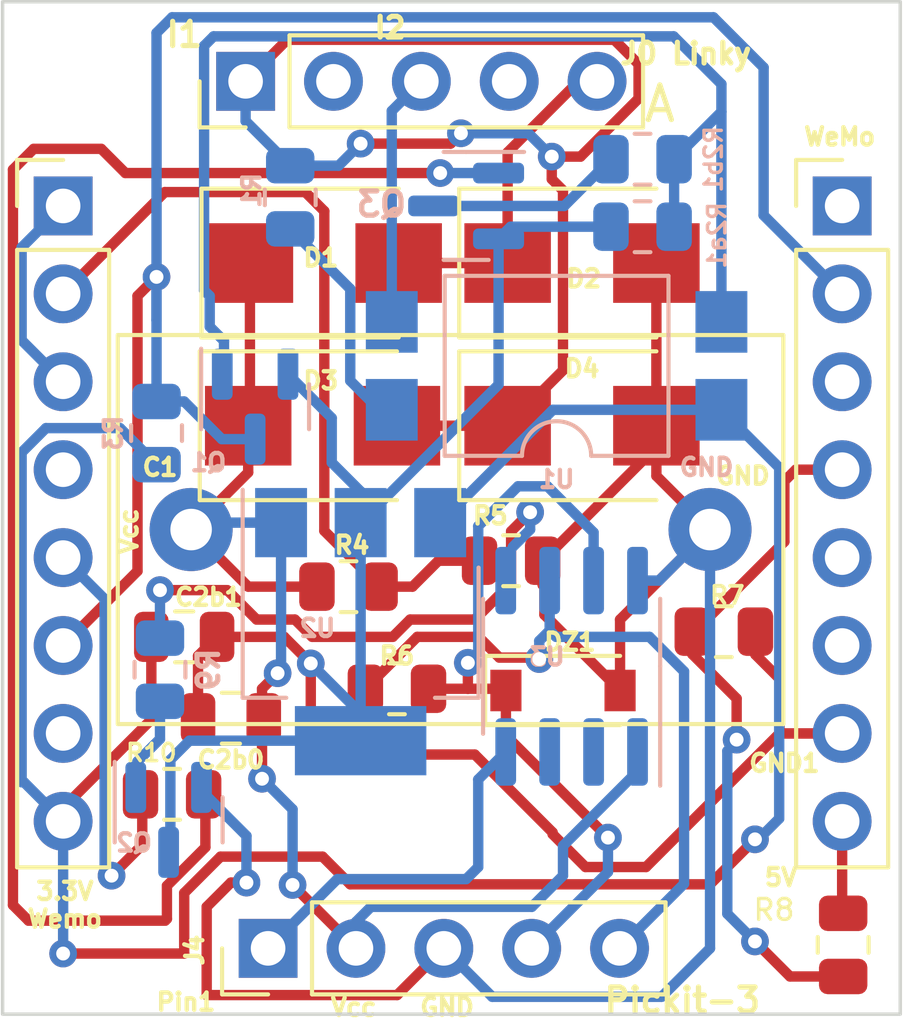
<source format=kicad_pcb>
(kicad_pcb (version 20211014) (generator pcbnew)
  (layers (0 "F.Cu" signal) (31 "B.Cu" signal) (34 "B.Paste" user) (35 "F.Paste" user) (36 "B.SilkS" user "B.Silkscreen") (37 "F.SilkS" user "F.Silkscreen") (38 "B.Mask" user) (39 "F.Mask" user) (44 "Edge.Cuts" user))
  (net 0 "")
  (net 1 "VCC")
  (net 2 "GND")
  (net 3 "A")
  (net 4 "I1")
  (net 5 "Net-(DZ1-Pad1)")
  (net 6 "I2")
  (net 7 "+3.3V")
  (net 8 "GND1")
  (net 9 "Net-(J4-Pad1)")
  (net 10 "Net-(J4-Pad5)")
  (net 13 "Net-(Q1-Pad1)")
  (net 14 "Net-(Q2-Pad1)")
  (net 15 "Net-(R1-Pad2)")
  (net 18 "Net-(Q3-Pad1)")
  (net 20 "Net-(J1-Pad2)")
  (net 21 "Net-(J1-Pad5)")
  (net 22 "Net-(J1-Pad6)")
  (net 23 "Net-(J2-Pad4)")
  (net 24 "Net-(J2-Pad8)")
  (net 25 "Net-(Q3-Pad3)")
  (net 26 "Net-(R9-Pad2)")
  (net 32 "Net-(J1-Pad1)")
  (footprint "Resistor_SMD:R_0805_2012Metric" (layer "F.Cu") (at 28.25 119 180)
    (fp_text reference "R4" (at -0.1 1.2) (layer "F.SilkS") (effects (font (size 0.5 0.5) (thickness 0.125))))
    (fp_text value "9.1k")
    (fp_line (start -0.227064 -0.735) (end 0.227064 -0.735) (layer "F.SilkS") (width 0.12))
    (fp_line (start -0.227064 0.735) (end 0.227064 0.735) (layer "F.SilkS") (width 0.12))
    (pad "1" smd roundrect (at -0.9125 0 180) (size 1.025 1.4) (layers "F.Cu" "F.Paste" "F.Mask") (roundrect_rratio 0.243902439) (net 20 "Net-(J1-Pad2)"))
    (pad "2" smd roundrect (at 0.9125 0 180) (size 1.025 1.4) (layers "F.Cu" "F.Paste" "F.Mask") (roundrect_rratio 0.243902439) (net 1 "VCC"))
  )
  (footprint "Capacitor_SMD:C_0805_2012Metric" (layer "F.Cu") (at 24.85 122.8 180)
    (fp_text reference "C2b0" (at 0 -1.2) (layer "F.SilkS") (effects (font (size 0.5 0.5) (thickness 0.125))))
    (fp_text value "C")
    (fp_line (start -0.261252 -0.735) (end 0.261252 -0.735) (layer "F.SilkS") (width 0.12))
    (fp_line (start -0.261252 0.735) (end 0.261252 0.735) (layer "F.SilkS") (width 0.12))
    (pad "1" smd roundrect (at -0.95 0 180) (size 1 1.45) (layers "F.Cu" "F.Paste" "F.Mask") (net 1 "VCC"))
    (pad "2" smd roundrect (at 0.95 0 180) (size 1 1.45) (layers "F.Cu" "F.Paste" "F.Mask") (net 8 "GND1"))
  )
  (footprint "Diode_SMD:D_SMB" (layer "F.Cu") (at 35 114.35)
    (fp_text reference "D4" (at 0 -1.65) (layer "F.SilkS") (effects (font (size 0.5 0.5) (thickness 0.125))))
    (fp_text value "S2JTR")
    (fp_line (start -3.55 -2.15) (end 2.15 -2.15) (layer "F.SilkS") (width 0.12))
    (fp_line (start -3.55 -2.15) (end -3.55 2.15) (layer "F.SilkS") (width 0.12))
    (fp_line (start -3.55 2.15) (end 2.15 2.15) (layer "F.SilkS") (width 0.12))
    (pad "1" smd rect (at -2.15 0) (size 2.5 2.3) (layers "F.Cu" "F.Paste" "F.Mask") (net 4 "I1"))
    (pad "2" smd rect (at 2.15 0) (size 2.5 2.3) (layers "F.Cu" "F.Paste" "F.Mask") (net 2 "GND"))
  )
  (footprint "Diode_SMD:D_SMB" (layer "F.Cu") (at 27.55 109.65)
    (fp_text reference "D1" (at -0.1 -0.15) (layer "F.SilkS") (effects (font (size 0.5 0.5) (thickness 0.125))))
    (fp_text value "S2JTR")
    (fp_line (start -3.55 2.15) (end 2.15 2.15) (layer "F.SilkS") (width 0.12))
    (fp_line (start -3.55 -2.15) (end 2.15 -2.15) (layer "F.SilkS") (width 0.12))
    (fp_line (start -3.55 -2.15) (end -3.55 2.15) (layer "F.SilkS") (width 0.12))
    (pad "1" smd rect (at -2.15 0) (size 2.5 2.3) (layers "F.Cu" "F.Paste" "F.Mask") (net 1 "VCC"))
    (pad "2" smd rect (at 2.15 0) (size 2.5 2.3) (layers "F.Cu" "F.Paste" "F.Mask") (net 3 "A"))
  )
  (footprint "Connector_PinHeader_2.54mm:PinHeader_1x05_P2.54mm_Vertical" (layer "F.Cu") (at 25.275 104.4 90)
    (fp_text reference "J0")
    (fp_text value "J0 Linky" (at 0.8 12.725 180) (layer "F.SilkS") (effects (font (size 0.6 0.6))))
    (fp_line (start -1.33 11.49) (end 1.33 11.49) (layer "F.SilkS") (width 0.12))
    (fp_line (start -1.33 -1.33) (end 0 -1.33) (layer "F.SilkS") (width 0.12))
    (fp_line (start -1.33 1.27) (end -1.33 11.49) (layer "F.SilkS") (width 0.12))
    (fp_line (start -1.33 1.27) (end 1.33 1.27) (layer "F.SilkS") (width 0.12))
    (fp_line (start -1.33 0) (end -1.33 -1.33) (layer "F.SilkS") (width 0.12))
    (fp_line (start 1.33 1.27) (end 1.33 11.49) (layer "F.SilkS") (width 0.12))
    (pad "1" thru_hole rect (at 0 0 90) (size 1.7 1.7) (drill 1) (layers *.Cu *.Mask) (net 4 "I1"))
    (pad "2" thru_hole oval (at 0 2.54 90) (size 1.7 1.7) (drill 1) (layers *.Cu *.Mask))
    (pad "3" thru_hole oval (at 0 5.08 90) (size 1.7 1.7) (drill 1) (layers *.Cu *.Mask) (net 6 "I2"))
    (pad "4" thru_hole oval (at 0 7.62 90) (size 1.7 1.7) (drill 1) (layers *.Cu *.Mask))
    (pad "5" thru_hole oval (at 0 10.16 90) (size 1.7 1.7) (drill 1) (layers *.Cu *.Mask) (net 3 "A"))
  )
  (footprint "Connector_PinHeader_2.54mm:PinHeader_1x08_P2.54mm_Vertical" (layer "F.Cu") (at 42.52 108)
    (fp_text reference "J2")
    (fp_text value "WeMo" (at -0.07 -2 180) (layer "F.SilkS") (effects (font (size 0.5 0.5) (thickness 0.125))))
    (fp_line (start -1.33 1.27) (end 1.33 1.27) (layer "F.SilkS") (width 0.12))
    (fp_line (start 1.33 1.27) (end 1.33 19.11) (layer "F.SilkS") (width 0.12))
    (fp_line (start -1.33 -1.33) (end 0 -1.33) (layer "F.SilkS") (width 0.12))
    (fp_line (start -1.33 19.11) (end 1.33 19.11) (layer "F.SilkS") (width 0.12))
    (fp_line (start -1.33 1.27) (end -1.33 19.11) (layer "F.SilkS") (width 0.12))
    (fp_line (start -1.33 0) (end -1.33 -1.33) (layer "F.SilkS") (width 0.12))
    (pad "1" thru_hole rect (at 0 0) (size 1.7 1.7) (drill 1) (layers *.Cu *.Mask))
    (pad "2" thru_hole oval (at 0 2.54) (size 1.7 1.7) (drill 1) (layers *.Cu *.Mask) (net 22 "Net-(J1-Pad6)"))
    (pad "3" thru_hole oval (at 0 5.08) (size 1.7 1.7) (drill 1) (layers *.Cu *.Mask))
    (pad "4" thru_hole oval (at 0 7.62) (size 1.7 1.7) (drill 1) (layers *.Cu *.Mask) (net 23 "Net-(J2-Pad4)"))
    (pad "5" thru_hole oval (at 0 10.16) (size 1.7 1.7) (drill 1) (layers *.Cu *.Mask))
    (pad "6" thru_hole oval (at 0 12.7) (size 1.7 1.7) (drill 1) (layers *.Cu *.Mask))
    (pad "7" thru_hole oval (at 0 15.24) (size 1.7 1.7) (drill 1) (layers *.Cu *.Mask) (net 8 "GND1"))
    (pad "8" thru_hole oval (at 0 17.78) (size 1.7 1.7) (drill 1) (layers *.Cu *.Mask) (net 24 "Net-(J2-Pad8)"))
  )
  (footprint "Connector_PinHeader_2.54mm:PinHeader_1x08_P2.54mm_Vertical" (layer "F.Cu") (at 20 108)
    (fp_text reference "J1")
    (fp_text value "Wemo" (at 0.05 20.6 180) (layer "F.SilkS") (effects (font (size 0.5 0.5) (thickness 0.125))))
    (fp_line (start -1.33 0) (end -1.33 -1.33) (layer "F.SilkS") (width 0.12))
    (fp_line (start -1.33 1.27) (end 1.33 1.27) (layer "F.SilkS") (width 0.12))
    (fp_line (start -1.33 19.11) (end 1.33 19.11) (layer "F.SilkS") (width 0.12))
    (fp_line (start -1.33 -1.33) (end 0 -1.33) (layer "F.SilkS") (width 0.12))
    (fp_line (start -1.33 1.27) (end -1.33 19.11) (layer "F.SilkS") (width 0.12))
    (fp_line (start 1.33 1.27) (end 1.33 19.11) (layer "F.SilkS") (width 0.12))
    (pad "1" thru_hole rect (at 0 0) (size 1.7 1.7) (drill 1) (layers *.Cu *.Mask) (net 32 "Net-(J1-Pad1)"))
    (pad "2" thru_hole oval (at 0 2.54) (size 1.7 1.7) (drill 1) (layers *.Cu *.Mask) (net 20 "Net-(J1-Pad2)"))
    (pad "3" thru_hole oval (at 0 5.08) (size 1.7 1.7) (drill 1) (layers *.Cu *.Mask) (net 32 "Net-(J1-Pad1)"))
    (pad "4" thru_hole oval (at 0 7.62) (size 1.7 1.7) (drill 1) (layers *.Cu *.Mask))
    (pad "5" thru_hole oval (at 0 10.16) (size 1.7 1.7) (drill 1) (layers *.Cu *.Mask) (net 21 "Net-(J1-Pad5)"))
    (pad "6" thru_hole oval (at 0 12.7) (size 1.7 1.7) (drill 1) (layers *.Cu *.Mask) (net 22 "Net-(J1-Pad6)"))
    (pad "7" thru_hole oval (at 0 15.24) (size 1.7 1.7) (drill 1) (layers *.Cu *.Mask))
    (pad "8" thru_hole oval (at 0 17.78) (size 1.7 1.7) (drill 1) (layers *.Cu *.Mask) (net 7 "+3.3V"))
  )
  (footprint "Connector_PinHeader_2.54mm:PinHeader_1x05_P2.54mm_Vertical" (layer "F.Cu") (at 25.925 129.45 90)
    (fp_text reference "J4" (at -0.05 -2.125 90) (layer "F.SilkS") (effects (font (size 0.5 0.5) (thickness 0.125))))
    (fp_text value "Pickit-3" (at -1.5 11.975 180) (layer "F.SilkS") (effects (font (size 0.7 0.7))))
    (fp_line (start -1.33 0) (end -1.33 -1.33) (layer "F.SilkS") (width 0.12))
    (fp_line (start -1.33 1.27) (end -1.33 11.49) (layer "F.SilkS") (width 0.12))
    (fp_line (start -1.33 1.27) (end 1.33 1.27) (layer "F.SilkS") (width 0.12))
    (fp_line (start -1.33 11.49) (end 1.33 11.49) (layer "F.SilkS") (width 0.12))
    (fp_line (start -1.33 -1.33) (end 0 -1.33) (layer "F.SilkS") (width 0.12))
    (fp_line (start 1.33 1.27) (end 1.33 11.49) (layer "F.SilkS") (width 0.12))
    (pad "1" thru_hole rect (at 0 0 90) (size 1.7 1.7) (drill 1) (layers *.Cu *.Mask) (net 9 "Net-(J4-Pad1)"))
    (pad "2" thru_hole oval (at 0 2.54 90) (size 1.7 1.7) (drill 1) (layers *.Cu *.Mask) (net 1 "VCC"))
    (pad "3" thru_hole oval (at 0 5.08 90) (size 1.7 1.7) (drill 1) (layers *.Cu *.Mask) (net 2 "GND"))
    (pad "4" thru_hole oval (at 0 7.62 90) (size 1.7 1.7) (drill 1) (layers *.Cu *.Mask) (net 5 "Net-(DZ1-Pad1)"))
    (pad "5" thru_hole oval (at 0 10.16 90) (size 1.7 1.7) (drill 1) (layers *.Cu *.Mask) (net 10 "Net-(J4-Pad5)"))
  )
  (footprint "Resistor_SMD:R_0805_2012Metric" (layer "F.Cu") (at 23.15 125)
    (fp_text reference "R10" (at -0.6 -1.2) (layer "F.SilkS") (effects (font (size 0.5 0.5) (thickness 0.1))))
    (fp_text value "1k")
    (fp_line (start -0.227064 0.735) (end 0.227064 0.735) (layer "F.SilkS") (width 0.12))
    (fp_line (start -0.227064 -0.735) (end 0.227064 -0.735) (layer "F.SilkS") (width 0.12))
    (pad "1" smd roundrect (at -0.9125 0) (size 1.025 1.4) (layers "F.Cu" "F.Paste" "F.Mask") (roundrect_rratio 0.243902) (net 21 "Net-(J1-Pad5)"))
    (pad "2" smd roundrect (at 0.9125 0) (size 1.025 1.4) (layers "F.Cu" "F.Paste" "F.Mask") (roundrect_rratio 0.243902) (net 18 "Net-(Q3-Pad1)"))
  )
  (footprint "Capacitor_SMD:C_0805_2012Metric" (layer "F.Cu") (at 23.5 120.45)
    (fp_text reference "C2b1" (at 0.7 -1.15) (layer "F.SilkS") (effects (font (size 0.5 0.5) (thickness 0.125))))
    (fp_text value "C")
    (fp_line (start -0.261252 0.735) (end 0.261252 0.735) (layer "F.SilkS") (width 0.12))
    (fp_line (start -0.261252 -0.735) (end 0.261252 -0.735) (layer "F.SilkS") (width 0.12))
    (pad "1" smd roundrect (at -0.95 0) (size 1 1.45) (layers "F.Cu" "F.Paste" "F.Mask") (net 7 "+3.3V"))
    (pad "2" smd roundrect (at 0.95 0) (size 1 1.45) (layers "F.Cu" "F.Paste" "F.Mask") (net 8 "GND1"))
  )
  (footprint "Diode_SMD:D_SMB" (layer "F.Cu") (at 27.5 114.35)
    (fp_text reference "D3" (at -0.05 -1.3) (layer "F.SilkS") (effects (font (size 0.5 0.5) (thickness 0.125))))
    (fp_text value "S2JTR")
    (fp_line (start -3.55 -2.15) (end -3.55 2.15) (layer "F.SilkS") (width 0.12))
    (fp_line (start -3.55 -2.15) (end 2.15 -2.15) (layer "F.SilkS") (width 0.12))
    (fp_line (start -3.55 2.15) (end 2.15 2.15) (layer "F.SilkS") (width 0.12))
    (pad "1" smd rect (at -2.15 0) (size 2.5 2.3) (layers "F.Cu" "F.Paste" "F.Mask") (net 1 "VCC"))
    (pad "2" smd rect (at 2.15 0) (size 2.5 2.3) (layers "F.Cu" "F.Paste" "F.Mask") (net 4 "I1"))
  )
  (footprint "Resistor_SMD:R_0805_2012Metric" (layer "F.Cu") (at 32.95 118.25 180)
    (fp_text reference "R5" (at 0.6 1.3) (layer "F.SilkS") (effects (font (size 0.5 0.5) (thickness 0.125))))
    (fp_text value "1k")
    (fp_line (start -0.227064 -0.735) (end 0.227064 -0.735) (layer "F.SilkS") (width 0.12))
    (fp_line (start -0.227064 0.735) (end 0.227064 0.735) (layer "F.SilkS") (width 0.12))
    (pad "1" smd roundrect (at -0.9125 0 180) (size 1.025 1.4) (layers "F.Cu" "F.Paste" "F.Mask") (roundrect_rratio 0.243902439) (net 2 "GND"))
    (pad "2" smd roundrect (at 0.9125 0 180) (size 1.025 1.4) (layers "F.Cu" "F.Paste" "F.Mask") (roundrect_rratio 0.243902439) (net 20 "Net-(J1-Pad2)"))
  )
  (footprint "Capacitor_THT:C_Rect_L19.0mm_W11.0mm_P15.00mm_MKS4" (layer "F.Cu") (at 23.7 117.35)
    (fp_text reference "C1" (at -0.9 -1.8) (layer "F.SilkS") (effects (font (size 0.5 0.5) (thickness 0.125))))
    (fp_text value "C" hide)
    (fp_line (start -2.12 -5.62) (end -2.12 5.62) (layer "F.SilkS") (width 0.12))
    (fp_line (start -2.12 -5.62) (end 17.12 -5.62) (layer "F.SilkS") (width 0.12))
    (fp_line (start 17.12 -5.62) (end 17.12 5.62) (layer "F.SilkS") (width 0.12))
    (fp_line (start -2.12 5.62) (end 17.12 5.62) (layer "F.SilkS") (width 0.12))
    (pad "1" thru_hole circle (at 0 0) (size 2.4 2.4) (drill 1.2) (layers *.Cu *.Mask) (net 1 "VCC"))
    (pad "2" thru_hole circle (at 15 0) (size 2.4 2.4) (drill 1.2) (layers *.Cu *.Mask) (net 2 "GND"))
  )
  (footprint "Resistor_SMD:R_0805_2012Metric" (layer "F.Cu") (at 39.1 120.3)
    (fp_text reference "R7" (at 0.1 -1.05) (layer "F.SilkS") (effects (font (size 0.5 0.5) (thickness 0.11))))
    (fp_text value "470k" hide)
    (fp_line (start -0.227064 -0.735) (end 0.227064 -0.735) (layer "F.SilkS") (width 0.12))
    (fp_line (start -0.227064 0.735) (end 0.227064 0.735) (layer "F.SilkS") (width 0.12))
    (pad "1" smd roundrect (at -0.9125 0) (size 1.025 1.4) (layers "F.Cu" "F.Paste" "F.Mask") (roundrect_rratio 0.243902) (net 23 "Net-(J2-Pad4)"))
    (pad "2" smd roundrect (at 0.9125 0) (size 1.025 1.4) (layers "F.Cu" "F.Paste" "F.Mask") (roundrect_rratio 0.243902) (net 8 "GND1"))
  )
  (footprint "Resistor_SMD:R_0805_2012Metric" (layer "F.Cu") (at 29.65 121.95 180)
    (fp_text reference "R6" (at 0 0.95) (layer "F.SilkS") (effects (font (size 0.5 0.5) (thickness 0.125))))
    (fp_text value "270")
    (fp_line (start -0.227064 0.735) (end 0.227064 0.735) (layer "F.SilkS") (width 0.12))
    (fp_line (start -0.227064 -0.735) (end 0.227064 -0.735) (layer "F.SilkS") (width 0.12))
    (pad "1" smd roundrect (at -0.9125 0 180) (size 1.025 1.4) (layers "F.Cu" "F.Paste" "F.Mask") (roundrect_rratio 0.243902439) (net 5 "Net-(DZ1-Pad1)"))
    (pad "2" smd roundrect (at 0.9125 0 180) (size 1.025 1.4) (layers "F.Cu" "F.Paste" "F.Mask") (roundrect_rratio 0.243902439) (net 10 "Net-(J4-Pad5)"))
  )
  (footprint "Diode_SMD:D_SOD-123" (layer "F.Cu") (at 34.45 122)
    (fp_text reference "DZ1" (at 0.2 -1.4) (layer "F.SilkS") (effects (font (size 0.5 0.5) (thickness 0.125))))
    (fp_text value "BAT43W-V" hide)
    (fp_line (start -2.25 1) (end 1.65 1) (layer "F.SilkS") (width 0.12))
    (fp_line (start -2.25 -1) (end 1.65 -1) (layer "F.SilkS") (width 0.12))
    (fp_line (start -2.25 -1) (end -2.25 1) (layer "F.SilkS") (width 0.12))
    (pad "1" smd rect (at -1.65 0) (size 0.9 1.2) (layers "F.Cu" "F.Paste" "F.Mask") (net 5 "Net-(DZ1-Pad1)"))
    (pad "2" smd rect (at 1.65 0) (size 0.9 1.2) (layers "F.Cu" "F.Paste" "F.Mask") (net 2 "GND"))
  )
  (footprint "Resistor_SMD:R_0805_2012Metric" (layer "F.Cu") (at 42.55 129.35 -90)
    (fp_text reference "R8" (at -1.0125 2 180) (layer "F.SilkS") (effects (font (size 0.6 0.6) (thickness 0.1))))
    (fp_text value "750k")
    (fp_line (start -0.227064 -0.735) (end 0.227064 -0.735) (layer "F.SilkS") (width 0.12))
    (fp_line (start -0.227064 0.735) (end 0.227064 0.735) (layer "F.SilkS") (width 0.12))
    (pad "1" smd roundrect (at -0.9125 0 270) (size 1.025 1.4) (layers "F.Cu" "F.Paste" "F.Mask") (roundrect_rratio 0.243902) (net 24 "Net-(J2-Pad8)"))
    (pad "2" smd roundrect (at 0.9125 0 270) (size 1.025 1.4) (layers "F.Cu" "F.Paste" "F.Mask") (roundrect_rratio 0.243902) (net 23 "Net-(J2-Pad4)"))
  )
  (footprint "Diode_SMD:D_SMB" (layer "F.Cu") (at 35 109.65)
    (fp_text reference "D2" (at 0.05 0.45) (layer "F.SilkS") (effects (font (size 0.5 0.5) (thickness 0.125))))
    (fp_text value "S2JTR")
    (fp_line (start -3.55 -2.15) (end 2.15 -2.15) (layer "F.SilkS") (width 0.12))
    (fp_line (start -3.55 -2.15) (end -3.55 2.15) (layer "F.SilkS") (width 0.12))
    (fp_line (start -3.55 2.15) (end 2.15 2.15) (layer "F.SilkS") (width 0.12))
    (pad "1" smd rect (at -2.15 0) (size 2.5 2.3) (layers "F.Cu" "F.Paste" "F.Mask") (net 3 "A"))
    (pad "2" smd rect (at 2.15 0) (size 2.5 2.3) (layers "F.Cu" "F.Paste" "F.Mask") (net 2 "GND"))
  )
  (footprint "Package_DIP:SMDIP-4_W9.53mm_Clearance8mm" (layer "B.Cu") (at 34.265 112.62)
    (fp_text reference "U1" (at 0 3.28) (layer "B.SilkS") (effects (font (size 0.5 0.5) (thickness 0.125)) (justify mirror)))
    (fp_text value "SFH6206-2T")
    (fp_line (start -3.235 -2.6) (end 3.235 -2.6) (layer "B.SilkS") (width 0.12))
    (fp_line (start 3.235 2.6) (end 1 2.6) (layer "B.SilkS") (width 0.12))
    (fp_line (start 3.235 -2.6) (end 3.235 2.6) (layer "B.SilkS") (width 0.12))
    (fp_line (start -1 2.6) (end -3.235 2.6) (layer "B.SilkS") (width 0.12))
    (fp_line (start -3.235 2.6) (end -3.235 -2.6) (layer "B.SilkS") (width 0.12))
    (fp_arc (start -1 2.6) (mid 0 1.6) (end 1 2.6) (layer "B.SilkS") (width 0.12))
    (pad "1" smd rect (at -4.765 1.27) (size 1.5 1.78) (layers "B.Cu" "B.Paste" "B.Mask") (net 15 "Net-(R1-Pad2)"))
    (pad "2" smd rect (at -4.765 -1.27) (size 1.5 1.78) (layers "B.Cu" "B.Paste" "B.Mask") (net 6 "I2"))
    (pad "3" smd rect (at 4.765 -1.27) (size 1.5 1.78) (layers "B.Cu" "B.Paste" "B.Mask") (net 13 "Net-(Q1-Pad1)"))
    (pad "4" smd rect (at 4.765 1.27) (size 1.5 1.78) (layers "B.Cu" "B.Paste" "B.Mask") (net 7 "+3.3V"))
  )
  (footprint "Resistor_SMD:R_0805_2012Metric" (layer "B.Cu") (at 36.75 106.65)
    (fp_text reference "R2b1" (at 2.05 0 90) (layer "B.SilkS") (effects (font (size 0.5 0.5) (thickness 0.1)) (justify mirror)))
    (fp_text value "26k")
    (fp_line (start -0.227064 0.735) (end 0.227064 0.735) (layer "B.SilkS") (width 0.12))
    (fp_line (start -0.227064 -0.735) (end 0.227064 -0.735) (layer "B.SilkS") (width 0.12))
    (pad "1" smd roundrect (at -0.9125 0) (size 1.025 1.4) (layers "B.Cu" "B.Paste" "B.Mask") (roundrect_rratio 0.243902) (net 25 "Net-(Q3-Pad3)"))
    (pad "2" smd roundrect (at 0.9125 0) (size 1.025 1.4) (layers "B.Cu" "B.Paste" "B.Mask") (roundrect_rratio 0.243902) (net 13 "Net-(Q1-Pad1)"))
  )
  (footprint "Resistor_SMD:R_0805_2012Metric" (layer "B.Cu") (at 22.8 121.4 90)
    (fp_text reference "R9" (at 0 1.4 90) (layer "B.SilkS") (effects (font (size 0.6 0.6)) (justify mirror)))
    (fp_text value "1k")
    (fp_line (start -0.227064 0.735) (end 0.227064 0.735) (layer "B.SilkS") (width 0.12))
    (fp_line (start -0.227064 -0.735) (end 0.227064 -0.735) (layer "B.SilkS") (width 0.12))
    (pad "1" smd roundrect (at -0.9125 0 90) (size 1.025 1.4) (layers "B.Cu" "B.Paste" "B.Mask") (roundrect_rratio 0.243902) (net 14 "Net-(Q2-Pad1)"))
    (pad "2" smd roundrect (at 0.9125 0 90) (size 1.025 1.4) (layers "B.Cu" "B.Paste" "B.Mask") (roundrect_rratio 0.243902) (net 26 "Net-(R9-Pad2)"))
  )
  (footprint "Package_TO_SOT_SMD:SOT-23" (layer "B.Cu") (at 23.05 125.7375 -90)
    (fp_text reference "Q2" (at 0.6625 1) (layer "B.SilkS") (effects (font (size 0.5 0.5) (thickness 0.125)) (justify mirror)))
    (fp_text value "IRLML6244")
    (fp_line (start 0 1.56) (end 0.65 1.56) (layer "B.SilkS") (width 0.12))
    (fp_line (start 0 -1.56) (end -0.65 -1.56) (layer "B.SilkS") (width 0.12))
    (fp_line (start 0 -1.56) (end 0.65 -1.56) (layer "B.SilkS") (width 0.12))
    (fp_line (start 0 1.56) (end -1.675 1.56) (layer "B.SilkS") (width 0.12))
    (pad "1" smd roundrect (at -0.9375 0.95 270) (size 1.475 0.6) (layers "B.Cu" "B.Paste" "B.Mask") (net 14 "Net-(Q2-Pad1)"))
    (pad "2" smd roundrect (at -0.9375 -0.95 270) (size 1.475 0.6) (layers "B.Cu" "B.Paste" "B.Mask") (net 2 "GND"))
    (pad "3" smd roundrect (at 0.9375 0 270) (size 1.475 0.6) (layers "B.Cu" "B.Paste" "B.Mask") (net 8 "GND1"))
  )
  (footprint "Resistor_SMD:R_0805_2012Metric" (layer "B.Cu") (at 26.565 107.75 -90)
    (fp_text reference "R1" (at -0.2 1.115 90) (layer "B.SilkS") (effects (font (size 0.5 0.5) (thickness 0.125)) (justify mirror)))
    (fp_text value "0.1k")
    (fp_line (start -0.227064 -0.735) (end 0.227064 -0.735) (layer "B.SilkS") (width 0.12))
    (fp_line (start -0.227064 0.735) (end 0.227064 0.735) (layer "B.SilkS") (width 0.12))
    (pad "1" smd roundrect (at -0.9125 0 270) (size 1.025 1.4) (layers "B.Cu" "B.Paste" "B.Mask") (roundrect_rratio 0.243902439) (net 4 "I1"))
    (pad "2" smd roundrect (at 0.9125 0 270) (size 1.025 1.4) (layers "B.Cu" "B.Paste" "B.Mask") (roundrect_rratio 0.243902439) (net 15 "Net-(R1-Pad2)"))
  )
  (footprint "Package_TO_SOT_SMD:SOT-223-3_TabPin2" (layer "B.Cu") (at 28.6 120.3 -90)
    (fp_text reference "U2" (at -0.1 1.25) (layer "B.SilkS") (effects (font (size 0.5 0.5) (thickness 0.125)) (justify mirror)))
    (fp_text value "MCP1825s33")
    (fp_line (start -4.1 3.41) (end 1.91 3.41) (layer "B.SilkS") (width 0.12))
    (fp_line (start -1.85 -3.41) (end 1.91 -3.41) (layer "B.SilkS") (width 0.12))
    (fp_line (start 1.91 3.41) (end 1.91 2.15) (layer "B.SilkS") (width 0.12))
    (fp_line (start 1.91 -3.41) (end 1.91 -2.15) (layer "B.SilkS") (width 0.12))
    (pad "1" smd rect (at -3.15 2.3 270) (size 2 1.5) (layers "B.Cu" "B.Paste" "B.Mask") (net 1 "VCC"))
    (pad "2" smd rect (at -3.15 0 270) (size 2 1.5) (layers "B.Cu" "B.Paste" "B.Mask") (net 8 "GND1"))
    (pad "2" smd rect (at 3.15 0 270) (size 2 3.8) (layers "B.Cu" "B.Paste" "B.Mask") (net 8 "GND1"))
    (pad "3" smd rect (at -3.15 -2.3 270) (size 2 1.5) (layers "B.Cu" "B.Paste" "B.Mask") (net 7 "+3.3V"))
  )
  (footprint "Package_TO_SOT_SMD:SOT-23" (layer "B.Cu") (at 25.55 113.8 -90)
    (fp_text reference "Q1" (at 1.6125 1.35) (layer "B.SilkS") (effects (font (size 0.5 0.5) (thickness 0.125)) (justify mirror)))
    (fp_text value "BS170F")
    (fp_line (start 0 -1.56) (end 0.65 -1.56) (layer "B.SilkS") (width 0.12))
    (fp_line (start 0 1.56) (end -1.675 1.56) (layer "B.SilkS") (width 0.12))
    (fp_line (start 0 1.56) (end 0.65 1.56) (layer "B.SilkS") (width 0.12))
    (fp_line (start 0 -1.56) (end -0.65 -1.56) (layer "B.SilkS") (width 0.12))
    (pad "1" smd roundrect (at -0.9375 0.95 270) (size 1.475 0.6) (layers "B.Cu" "B.Paste" "B.Mask") (net 13 "Net-(Q1-Pad1)"))
    (pad "2" smd roundrect (at -0.9375 -0.95 270) (size 1.475 0.6) (layers "B.Cu" "B.Paste" "B.Mask") (net 8 "GND1"))
    (pad "3" smd roundrect (at 0.9375 0 270) (size 1.475 0.6) (layers "B.Cu" "B.Paste" "B.Mask") (net 22 "Net-(J1-Pad6)"))
  )
  (footprint "Package_TO_SOT_SMD:SOT-23" (layer "B.Cu") (at 31.65 108 180)
    (fp_text reference "Q3" (at 2.45 0.05) (layer "B.SilkS") (effects (font (size 0.7 0.7)) (justify mirror)))
    (fp_text value "IRLML6244")
    (fp_line (start 0 -1.56) (end -0.65 -1.56) (layer "B.SilkS") (width 0.12))
    (fp_line (start 0 1.56) (end -1.675 1.56) (layer "B.SilkS") (width 0.12))
    (fp_line (start 0 -1.56) (end 0.65 -1.56) (layer "B.SilkS") (width 0.12))
    (fp_line (start 0 1.56) (end 0.65 1.56) (layer "B.SilkS") (width 0.12))
    (pad "1" smd roundrect (at -0.9375 0.95 180) (size 1.475 0.6) (layers "B.Cu" "B.Paste" "B.Mask") (net 18 "Net-(Q3-Pad1)"))
    (pad "2" smd roundrect (at -0.9375 -0.95 180) (size 1.475 0.6) (layers "B.Cu" "B.Paste" "B.Mask") (net 8 "GND1"))
    (pad "3" smd roundrect (at 0.9375 0 180) (size 1.475 0.6) (layers "B.Cu" "B.Paste" "B.Mask") (net 25 "Net-(Q3-Pad3)"))
  )
  (footprint "Resistor_SMD:R_0805_2012Metric" (layer "B.Cu") (at 22.7 114.5625 -90)
    (fp_text reference "R3" (at 0 1.25 90) (layer "B.SilkS") (effects (font (size 0.5 0.5) (thickness 0.125)) (justify mirror)))
    (fp_text value "10k")
    (fp_line (start -0.227064 -0.735) (end 0.227064 -0.735) (layer "B.SilkS") (width 0.12))
    (fp_line (start -0.227064 0.735) (end 0.227064 0.735) (layer "B.SilkS") (width 0.12))
    (pad "1" smd roundrect (at -0.9125 0 270) (size 1.025 1.4) (layers "B.Cu" "B.Paste" "B.Mask") (roundrect_rratio 0.243902439) (net 22 "Net-(J1-Pad6)"))
    (pad "2" smd roundrect (at 0.9125 0 270) (size 1.025 1.4) (layers "B.Cu" "B.Paste" "B.Mask") (roundrect_rratio 0.243902439) (net 7 "+3.3V"))
  )
  (footprint "Resistor_SMD:R_0805_2012Metric" (layer "B.Cu") (at 36.75 108.6)
    (fp_text reference "R2a1" (at 2.15 0.25 90) (layer "B.SilkS") (effects (font (size 0.5 0.5) (thickness 0.1)) (justify mirror)))
    (fp_text value "22k")
    (fp_line (start -0.227064 0.735) (end 0.227064 0.735) (layer "B.SilkS") (width 0.12))
    (fp_line (start -0.227064 -0.735) (end 0.227064 -0.735) (layer "B.SilkS") (width 0.12))
    (pad "1" smd roundrect (at -0.9125 0) (size 1.025 1.4) (layers "B.Cu" "B.Paste" "B.Mask") (roundrect_rratio 0.243902) (net 8 "GND1"))
    (pad "2" smd roundrect (at 0.9125 0) (size 1.025 1.4) (layers "B.Cu" "B.Paste" "B.Mask") (roundrect_rratio 0.243902) (net 13 "Net-(Q1-Pad1)"))
  )
  (footprint "Package_SO:SOIC-8_3.9x4.9mm_P1.27mm" (layer "B.Cu") (at 34.7 121.3 90)
    (fp_text reference "U3" (at 0.275 -0.715) (layer "B.SilkS") (effects (font (size 0.5 0.5) (thickness 0.125)) (justify mirror)))
    (fp_text value "PIC12F1840-IP")
    (fp_line (start 0 2.56) (end 1.95 2.56) (layer "B.SilkS") (width 0.12))
    (fp_line (start 0 2.56) (end -3.45 2.56) (layer "B.SilkS") (width 0.12))
    (fp_line (start 0 -2.56) (end -1.95 -2.56) (layer "B.SilkS") (width 0.12))
    (fp_line (start 0 -2.56) (end 1.95 -2.56) (layer "B.SilkS") (width 0.12))
    (pad "1" smd roundrect (at -2.475 1.905 90) (size 1.95 0.6) (layers "B.Cu" "B.Paste" "B.Mask") (net 1 "VCC"))
    (pad "2" smd roundrect (at -2.475 0.635 90) (size 1.95 0.6) (layers "B.Cu" "B.Paste" "B.Mask"))
    (pad "3" smd roundrect (at -2.475 -0.635 90) (size 1.95 0.6) (layers "B.Cu" "B.Paste" "B.Mask"))
    (pad "4" smd roundrect (at -2.475 -1.905 90) (size 1.95 0.6) (layers "B.Cu" "B.Paste" "B.Mask") (net 9 "Net-(J4-Pad1)"))
    (pad "5" smd roundrect (at 2.475 -1.905 90) (size 1.95 0.6) (layers "B.Cu" "B.Paste" "B.Mask") (net 26 "Net-(R9-Pad2)"))
    (pad "6" smd roundrect (at 2.475 -0.635 90) (size 1.95 0.6) (layers "B.Cu" "B.Paste" "B.Mask") (net 10 "Net-(J4-Pad5)"))
    (pad "7" smd roundrect (at 2.475 0.635 90) (size 1.95 0.6) (layers "B.Cu" "B.Paste" "B.Mask") (net 5 "Net-(DZ1-Pad1)"))
    (pad "8" smd roundrect (at 2.475 1.905 90) (size 1.95 0.6) (layers "B.Cu" "B.Paste" "B.Mask") (net 2 "GND"))
  )
  (gr_rect (start 18.25 102.1) (end 44.2 131.351615) (layer "Edge.Cuts") (width 0.1) (fill none))
  (gr_text "GND\n" (at 38.6 115.55) (layer "B.SilkS") (effects (font (size 0.5 0.5) (thickness 0.125))))
  (gr_text "Pin1" (at 23.55 131) (layer "F.SilkS") (effects (font (size 0.5 0.5) (thickness 0.125))))
  (gr_text "GND\n" (at 31.1 131.15) (layer "F.SilkS") (effects (font (size 0.5 0.5) (thickness 0.125))))
  (gr_text "5V" (at 40.75 127.4) (layer "F.SilkS") (effects (font (size 0.5 0.5) (thickness 0.125))))
  (gr_text "I1" (at 23.5 103.05) (layer "F.SilkS") (effects (font (size 0.7 0.7))))
  (gr_text "I2" (at 29.45 102.85) (layer "F.SilkS") (effects (font (size 0.6 0.6))))
  (gr_text "GND\n" (at 39.65 115.8) (layer "F.SilkS") (effects (font (size 0.5 0.5) (thickness 0.125))))
  (gr_text "Vcc" (at 28.4 131.15) (layer "F.SilkS") (effects (font (size 0.5 0.5) (thickness 0.125))))
  (gr_text "3.3V" (at 20.05 127.8) (layer "F.SilkS") (effects (font (size 0.5 0.5) (thickness 0.125))))
  (gr_text "A" (at 37.25 105.05) (layer "F.SilkS") (effects (font (size 1 1))))
  (gr_text "Vcc\n" (at 21.9 117.4 90) (layer "F.SilkS") (effects (font (size 0.5 0.5) (thickness 0.125))))
  (gr_text "GND1" (at 40.85 124.1) (layer "F.SilkS") (effects (font (size 0.5 0.5) (thickness 0.125))))
  (segment (start 25.4 114.3) (end 25.35 114.35) (width 0.3) (layer "F.Cu") (net 1))
  (segment (start 23.7 117.35) (end 25.35 119) (width 0.3) (layer "F.Cu") (net 1))
  (segment (start 25.35 115.7) (end 25.35 114.35) (width 0.3) (layer "F.Cu") (net 1))
  (segment (start 23.7 117.35) (end 25.35 115.7) (width 0.3) (layer "F.Cu") (net 1))
  (segment (start 25.75 121.95) (end 26.2 121.5) (width 0.3) (layer "F.Cu") (net 1))
  (segment (start 25.35 119) (end 27.3375 119) (width 0.3) (layer "F.Cu") (net 1))
  (segment (start 25.75 124.55) (end 25.75 123) (width 0.3) (layer "F.Cu") (net 1))
  (segment (start 25.75 123) (end 25.75 121.95) (width 0.3) (layer "F.Cu") (net 1))
  (segment (start 28.465 129.45) (end 26.6325 127.6175) (width 0.3) (layer "F.Cu") (net 1))
  (segment (start 25.4 109.65) (end 25.4 114.3) (width 0.3) (layer "F.Cu") (net 1))
  (via (at 26.2 121.5) (size 0.8) (drill 0.4) (layers "F.Cu" "B.Cu") (net 1))
  (via (at 25.75 124.55) (size 0.8) (drill 0.4) (layers "F.Cu" "B.Cu") (net 1))
  (via (at 26.6325 127.6175) (size 0.8) (drill 0.4) (layers "F.Cu" "B.Cu") (net 1))
  (segment (start 36.605 124.334339) (end 34.45 126.489339) (width 0.3) (layer "B.Cu") (net 1))
  (segment (start 28.465 128.685) (end 28.465 129.45) (width 0.3) (layer "B.Cu") (net 1))
  (segment (start 23.9 117.15) (end 23.7 117.35) (width 0.3) (layer "B.Cu") (net 1))
  (segment (start 26.3 117.15) (end 23.9 117.15) (width 0.3) (layer "B.Cu") (net 1))
  (segment (start 36.605 123.775) (end 36.605 124.334339) (width 0.3) (layer "B.Cu") (net 1))
  (segment (start 33.55 128.25) (end 28.9 128.25) (width 0.3) (layer "B.Cu") (net 1))
  (segment (start 26.2 121.5) (end 26.3 121.4) (width 0.3) (layer "B.Cu") (net 1))
  (segment (start 26.6325 127.6175) (end 26.6325 125.4325) (width 0.3) (layer "B.Cu") (net 1))
  (segment (start 34.45 127.35) (end 33.55 128.25) (width 0.3) (layer "B.Cu") (net 1))
  (segment (start 34.45 126.489339) (end 34.45 127.35) (width 0.3) (layer "B.Cu") (net 1))
  (segment (start 26.3 121.4) (end 26.3 117.15) (width 0.3) (layer "B.Cu") (net 1))
  (segment (start 26.6325 125.4325) (end 25.75 124.55) (width 0.3) (layer "B.Cu") (net 1))
  (segment (start 28.9 128.25) (end 28.465 128.685) (width 0.3) (layer "B.Cu") (net 1))
  (segment (start 38.7 117.35) (end 37.15 115.8) (width 0.3) (layer "F.Cu") (net 2))
  (segment (start 24.85 127.55) (end 25.3 127.55) (width 0.3) (layer "F.Cu") (net 2))
  (segment (start 29.655 130.8) (end 24.15 130.8) (width 0.3) (layer "F.Cu") (net 2))
  (segment (start 33.9125 119) (end 33.9125 119.8125) (width 0.3) (layer "F.Cu") (net 2))
  (segment (start 36.1 119.95) (end 36.1 122) (width 0.3) (layer "F.Cu") (net 2))
  (segment (start 37.15 114.9625) (end 33.8625 118.25) (width 0.3) (layer "F.Cu") (net 2))
  (segment (start 37.15 115.8) (end 37.15 114.35) (width 0.3) (layer "F.Cu") (net 2))
  (segment (start 24.15 128.25) (end 24.85 127.55) (width 0.3) (layer "F.Cu") (net 2))
  (segment (start 37.15 114.35) (end 37.15 114.9625) (width 0.3) (layer "F.Cu") (net 2))
  (segment (start 33.8625 118.95) (end 33.9125 119) (width 0.3) (layer "F.Cu") (net 2))
  (segment (start 37.15 109.65) (end 37.15 114.35) (width 0.3) (layer "F.Cu") (net 2))
  (segment (start 33.9125 119.8125) (end 36.1 122) (width 0.3) (layer "F.Cu") (net 2))
  (segment (start 31.005 129.45) (end 29.655 130.8) (width 0.3) (layer "F.Cu") (net 2))
  (segment (start 33.8625 118.25) (end 33.8625 118.95) (width 0.3) (layer "F.Cu") (net 2))
  (segment (start 38.7 117.35) (end 36.1 119.95) (width 0.3) (layer "F.Cu") (net 2))
  (segment (start 24.15 130.8) (end 24.15 128.25) (width 0.3) (layer "F.Cu") (net 2))
  (via (at 25.3 127.55) (size 0.8) (drill 0.4) (layers "F.Cu" "B.Cu") (net 2))
  (segment (start 37.3 130.85) (end 38.7 129.45) (width 0.3) (layer "B.Cu") (net 2))
  (segment (start 32.405 130.85) (end 37.3 130.85) (width 0.3) (layer "B.Cu") (net 2))
  (segment (start 36.605 118.825) (end 37.225 118.825) (width 0.3) (layer "B.Cu") (net 2))
  (segment (start 25.3 126.2) (end 23.9 124.8) (width 0.3) (layer "B.Cu") (net 2))
  (segment (start 25.3 127.55) (end 25.3 126.2) (width 0.3) (layer "B.Cu") (net 2))
  (segment (start 37.225 118.825) (end 38.7 117.35) (width 0.3) (layer "B.Cu") (net 2))
  (segment (start 31.005 129.45) (end 32.405 130.85) (width 0.3) (layer "B.Cu") (net 2))
  (segment (start 38.7 129.45) (end 38.7 117.35) (width 0.3) (layer "B.Cu") (net 2))
  (segment (start 35.435 104.4) (end 34.9 104.4) (width 0.3) (layer "F.Cu") (net 3))
  (segment (start 29.7 109.65) (end 32.85 109.65) (width 0.3) (layer "F.Cu") (net 3))
  (segment (start 34.9 104.4) (end 32.85 106.45) (width 0.3) (layer "F.Cu") (net 3))
  (segment (start 32.85 106.45) (end 32.85 109.65) (width 0.3) (layer "F.Cu") (net 3))
  (segment (start 34.957057 106.575) (end 36.635 104.897057) (width 0.3) (layer "F.Cu") (net 4))
  (segment (start 36.635 104.897057) (end 36.635 103.902943) (width 0.3) (layer "F.Cu") (net 4))
  (segment (start 31.2 106.2) (end 28.6 106.2) (width 0.3) (layer "F.Cu") (net 4))
  (segment (start 35.932057 103.2) (end 26.475 103.2) (width 0.3) (layer "F.Cu") (net 4))
  (segment (start 26.475 103.2) (end 25.275 104.4) (width 0.3) (layer "F.Cu") (net 4))
  (segment (start 32.85 114.35) (end 29.65 114.35) (width 0.3) (layer "F.Cu") (net 4))
  (segment (start 34.45 112.75) (end 32.85 114.35) (width 0.3) (layer "F.Cu") (net 4))
  (segment (start 34.45 107.55) (end 34.45 112.75) (width 0.3) (layer "F.Cu") (net 4))
  (segment (start 36.635 103.902943) (end 35.932057 103.2) (width 0.3) (layer "F.Cu") (net 4))
  (segment (start 31.5 105.9) (end 31.2 106.2) (width 0.3) (layer "F.Cu") (net 4))
  (segment (start 34.125 106.575) (end 34.125 107.225) (width 0.3) (layer "F.Cu") (net 4))
  (segment (start 34.125 106.575) (end 34.957057 106.575) (width 0.3) (layer "F.Cu") (net 4))
  (segment (start 34.125 107.225) (end 34.45 107.55) (width 0.3) (layer "F.Cu") (net 4))
  (via (at 31.5 105.9) (size 0.8) (drill 0.4) (layers "F.Cu" "B.Cu") (net 4))
  (via (at 28.6 106.2) (size 0.8) (drill 0.4) (layers "F.Cu" "B.Cu") (net 4))
  (via (at 34.125 106.575) (size 0.8) (drill 0.4) (layers "F.Cu" "B.Cu") (net 4))
  (segment (start 25.275 105.5475) (end 26.565 106.8375) (width 0.3) (layer "B.Cu") (net 4))
  (segment (start 25.275 104.4) (end 25.275 105.5475) (width 0.3) (layer "B.Cu") (net 4))
  (segment (start 31.5 105.9) (end 33.45 105.9) (width 0.3) (layer "B.Cu") (net 4))
  (segment (start 33.45 105.9) (end 34.125 106.575) (width 0.3) (layer "B.Cu") (net 4))
  (segment (start 27.9625 106.8375) (end 28.6 106.2) (width 0.3) (layer "B.Cu") (net 4))
  (segment (start 26.565 106.8375) (end 27.9625 106.8375) (width 0.3) (layer "B.Cu") (net 4))
  (segment (start 35.75 126.25) (end 32.8 123.3) (width 0.3) (layer "F.Cu") (net 5))
  (segment (start 32.8 123.3) (end 32.8 122) (width 0.3) (layer "F.Cu") (net 5))
  (segment (start 31.7 121.95) (end 32.75 121.95) (width 0.3) (layer "F.Cu") (net 5))
  (segment (start 32.75 121.95) (end 32.8 122) (width 0.3) (layer "F.Cu") (net 5))
  (segment (start 31.7 121.2) (end 31.7 121.95) (width 0.3) (layer "F.Cu") (net 5))
  (segment (start 30.5625 121.95) (end 31.7 121.95) (width 0.3) (layer "F.Cu") (net 5))
  (via (at 31.7 121.2) (size 0.8) (drill 0.4) (layers "F.Cu" "B.Cu") (net 5))
  (via (at 35.75 126.25) (size 0.8) (drill 0.4) (layers "F.Cu" "B.Cu") (net 5))
  (segment (start 35.335 117.435) (end 34 116.1) (width 0.3) (layer "B.Cu") (net 5))
  (segment (start 35.335 118.825) (end 35.335 117.435) (width 0.3) (layer "B.Cu") (net 5))
  (segment (start 34 116.1) (end 33.15 116.1) (width 0.3) (layer "B.Cu") (net 5))
  (segment (start 33.15 116.1) (end 32 117.25) (width 0.3) (layer "B.Cu") (net 5))
  (segment (start 32 117.25) (end 32 120.9) (width 0.3) (layer "B.Cu") (net 5))
  (segment (start 32 120.9) (end 31.7 121.2) (width 0.3) (layer "B.Cu") (net 5))
  (segment (start 33.545 129.45) (end 35.75 127.245) (width 0.3) (layer "B.Cu") (net 5))
  (segment (start 35.75 127.245) (end 35.75 126.25) (width 0.3) (layer "B.Cu") (net 5))
  (segment (start 29.5 105.255) (end 30.355 104.4) (width 0.3) (layer "B.Cu") (net 6))
  (segment (start 29.5 111.35) (end 29.5 105.255) (width 0.3) (layer "B.Cu") (net 6))
  (segment (start 23.5 129.6) (end 23.5 127.85) (width 0.3) (layer "F.Cu") (net 7))
  (segment (start 38.7 127.6) (end 28.3 127.6) (width 0.3) (layer "F.Cu") (net 7))
  (segment (start 20 129.6) (end 23.5 129.6) (width 0.3) (layer "F.Cu") (net 7))
  (segment (start 24.55 126.8) (end 27.5 126.8) (width 0.3) (layer "F.Cu") (net 7))
  (segment (start 20 125.389339) (end 20 125.78) (width 0.3) (layer "F.Cu") (net 7))
  (segment (start 22.55 122.839339) (end 20 125.389339) (width 0.3) (layer "F.Cu") (net 7))
  (segment (start 40 126.3) (end 38.7 127.6) (width 0.3) (layer "F.Cu") (net 7))
  (segment (start 28.3 127.6) (end 27.5 126.8) (width 0.3) (layer "F.Cu") (net 7))
  (segment (start 23.5 127.85) (end 24.55 126.8) (width 0.3) (layer "F.Cu") (net 7))
  (segment (start 22.55 120.45) (end 22.55 122.839339) (width 0.3) (layer "F.Cu") (net 7))
  (via (at 20 129.6) (size 0.8) (drill 0.4) (layers "F.Cu" "B.Cu") (net 7))
  (via (at 40 126.3) (size 0.8) (drill 0.4) (layers "F.Cu" "B.Cu") (net 7))
  (segment (start 40.7 115.56) (end 39.03 113.89) (width 0.3) (layer "B.Cu") (net 7))
  (segment (start 40.7 125.7) (end 40.7 115.56) (width 0.3) (layer "B.Cu") (net 7))
  (segment (start 18.8 115.122943) (end 18.8 124.65) (width 0.3) (layer "B.Cu") (net 7))
  (segment (start 40.1 126.3) (end 40.7 125.7) (width 0.3) (layer "B.Cu") (net 7))
  (segment (start 19.502943 114.42) (end 18.8 115.122943) (width 0.3) (layer "B.Cu") (net 7))
  (segment (start 40 126.3) (end 40.1 126.3) (width 0.3) (layer "B.Cu") (net 7))
  (segment (start 21.645 114.42) (end 19.502943 114.42) (width 0.3) (layer "B.Cu") (net 7))
  (segment (start 39.03 113.89) (end 34.16 113.89) (width 0.3) (layer "B.Cu") (net 7))
  (segment (start 22.7 115.475) (end 21.645 114.42) (width 0.3) (layer "B.Cu") (net 7))
  (segment (start 18.8 124.65) (end 18.87 124.65) (width 0.3) (layer "B.Cu") (net 7))
  (segment (start 34.16 113.89) (end 30.9 117.15) (width 0.3) (layer "B.Cu") (net 7))
  (segment (start 20 129.6) (end 20 125.78) (width 0.3) (layer "B.Cu") (net 7))
  (segment (start 18.87 124.65) (end 20 125.78) (width 0.3) (layer "B.Cu") (net 7))
  (segment (start 36.85 127.1) (end 35.1 127.1) (width 0.3) (layer "F.Cu") (net 8))
  (segment (start 40.71 123.24) (end 42.54 123.24) (width 0.3) (layer "F.Cu") (net 8))
  (segment (start 27.158888 121.217974) (end 26.390914 120.45) (width 0.3) (layer "F.Cu") (net 8))
  (segment (start 40.71 123.24) (end 36.85 127.1) (width 0.3) (layer "F.Cu") (net 8))
  (segment (start 27.158888 122.558888) (end 27.158888 121.217974) (width 0.3) (layer "F.Cu") (net 8))
  (segment (start 35.1 127.1) (end 34.15 126.15) (width 0.3) (layer "F.Cu") (net 8))
  (segment (start 23.9 121) (end 24.45 120.45) (width 0.3) (layer "F.Cu") (net 8))
  (segment (start 28.45 123.85) (end 27.158888 122.558888) (width 0.3) (layer "F.Cu") (net 8))
  (segment (start 34.15 126.15) (end 34.15 126.1) (width 0.3) (layer "F.Cu") (net 8))
  (segment (start 31.9 123.85) (end 28.45 123.85) (width 0.3) (layer "F.Cu") (net 8))
  (segment (start 23.9 122.8) (end 23.9 121) (width 0.3) (layer "F.Cu") (net 8))
  (segment (start 40.0125 120.9625) (end 40.71 121.66) (width 0.3) (layer "F.Cu") (net 8))
  (segment (start 34.15 126.1) (end 31.9 123.85) (width 0.3) (layer "F.Cu") (net 8))
  (segment (start 40.71 121.66) (end 40.71 123.24) (width 0.3) (layer "F.Cu") (net 8))
  (segment (start 40.0125 120.3) (end 40.0125 120.9625) (width 0.3) (layer "F.Cu") (net 8))
  (segment (start 26.390914 120.45) (end 24.45 120.45) (width 0.3) (layer "F.Cu") (net 8))
  (segment (start 42.52 123.24) (end 40.71 123.24) (width 0.3) (layer "F.Cu") (net 8))
  (via (at 27.158888 121.217974) (size 0.8) (drill 0.4) (layers "F.Cu" "B.Cu") (net 8))
  (segment (start 23.1 126.625) (end 23.05 126.675) (width 0.3) (layer "B.Cu") (net 8))
  (segment (start 28.6 123.45) (end 28.6 117.15) (width 0.3) (layer "B.Cu") (net 8))
  (segment (start 32.5875 113.1625) (end 28.6 117.15) (width 0.3) (layer "B.Cu") (net 8))
  (segment (start 23.65 123.45) (end 23.1 124) (width 0.3) (layer "B.Cu") (net 8))
  (segment (start 28.6 117.15) (end 28.6 116.25) (width 0.3) (layer "B.Cu") (net 8))
  (segment (start 35.8375 108.6) (end 32.9375 108.6) (width 0.3) (layer "B.Cu") (net 8))
  (segment (start 27.765 115.415) (end 27.765 114.1275) (width 0.3) (layer "B.Cu") (net 8))
  (segment (start 28.6 123.45) (end 23.65 123.45) (width 0.3) (layer "B.Cu") (net 8))
  (segment (start 28.6 122.659086) (end 28.6 123.45) (width 0.3) (layer "B.Cu") (net 8))
  (segment (start 27.158888 121.217974) (end 28.6 122.659086) (width 0.3) (layer "B.Cu") (net 8))
  (segment (start 23.1 124) (end 23.1 126.625) (width 0.3) (layer "B.Cu") (net 8))
  (segment (start 32.5875 108.95) (end 32.5875 113.1625) (width 0.3) (layer "B.Cu") (net 8))
  (segment (start 27.765 114.1275) (end 26.5 112.8625) (width 0.3) (layer "B.Cu") (net 8))
  (segment (start 32.9375 108.6) (end 32.5875 108.95) (width 0.3) (layer "B.Cu") (net 8))
  (segment (start 28.6 116.25) (end 27.765 115.415) (width 0.3) (layer "B.Cu") (net 8))
  (segment (start 31.65 127.45) (end 32 127.1) (width 0.3) (layer "B.Cu") (net 9))
  (segment (start 32 127.1) (end 32 124.57) (width 0.3) (layer "B.Cu") (net 9))
  (segment (start 25.925 129.45) (end 27.925 127.45) (width 0.3) (layer "B.Cu") (net 9))
  (segment (start 32 124.57) (end 32.795 123.775) (width 0.3) (layer "B.Cu") (net 9))
  (segment (start 27.925 127.45) (end 31.65 127.45) (width 0.3) (layer "B.Cu") (net 9))
  (segment (start 33.764068 121.091559) (end 33.722509 121.05) (width 0.3) (layer "F.Cu") (net 10))
  (segment (start 33.722509 121.05) (end 32.610661 121.05) (width 0.3) (layer "F.Cu") (net 10))
  (segment (start 32.010661 120.45) (end 30.2375 120.45) (width 0.3) (layer "F.Cu") (net 10))
  (segment (start 32.610661 121.05) (end 32.010661 120.45) (width 0.3) (layer "F.Cu") (net 10))
  (segment (start 30.2375 120.45) (end 28.7375 121.95) (width 0.3) (layer "F.Cu") (net 10))
  (via (at 33.764068 121.091559) (size 0.8) (drill 0.4) (layers "F.Cu" "B.Cu") (net 10))
  (segment (start 36.085 129.45) (end 37.95 127.585) (width 0.3) (layer "B.Cu") (net 10))
  (segment (start 34.25 120.45) (end 34.065 120.265) (width 0.3) (layer "B.Cu") (net 10))
  (segment (start 33.764068 121.091559) (end 33.764068 120.565932) (width 0.3) (layer "B.Cu") (net 10))
  (segment (start 36.95 120.45) (end 34.25 120.45) (width 0.3) (layer "B.Cu") (net 10))
  (segment (start 37.95 121.45) (end 36.95 120.45) (width 0.3) (layer "B.Cu") (net 10))
  (segment (start 33.764068 120.565932) (end 34.065 120.265) (width 0.3) (layer "B.Cu") (net 10))
  (segment (start 37.95 127.585) (end 37.95 121.45) (width 0.3) (layer "B.Cu") (net 10))
  (segment (start 34.065 120.265) (end 34.065 118.825) (width 0.3) (layer "B.Cu") (net 10))
  (segment (start 37.6625 106.65) (end 37.6625 106.6475) (width 0.3) (layer "B.Cu") (net 13))
  (segment (start 24.075 110.4375) (end 24.2375 110.6) (width 0.3) (layer "B.Cu") (net 13))
  (segment (start 39.03 105.28) (end 39.03 104.48) (width 0.3) (layer "B.Cu") (net 13))
  (segment (start 24.35 103.1) (end 24.075 103.375) (width 0.3) (layer "B.Cu") (net 13))
  (segment (start 24.2375 110.6) (end 24.2375 111.4875) (width 0.3) (layer "B.Cu") (net 13))
  (segment (start 37.6625 108.6) (end 37.6625 106.65) (width 0.3) (layer "B.Cu") (net 13))
  (segment (start 39.03 111.35) (end 39.03 105.28) (width 0.3) (layer "B.Cu") (net 13))
  (segment (start 37.65 103.1) (end 24.35 103.1) (width 0.3) (layer "B.Cu") (net 13))
  (segment (start 37.6625 106.6475) (end 39.03 105.28) (width 0.3) (layer "B.Cu") (net 13))
  (segment (start 24.65 111.9) (end 24.65 112.8125) (width 0.3) (layer "B.Cu") (net 13))
  (segment (start 24.65 112.8125) (end 24.6 112.8625) (width 0.3) (layer "B.Cu") (net 13))
  (segment (start 39.03 104.48) (end 37.65 103.1) (width 0.3) (layer "B.Cu") (net 13))
  (segment (start 24.2375 111.4875) (end 24.65 111.9) (width 0.3) (layer "B.Cu") (net 13))
  (segment (start 24.075 103.375) (end 24.075 110.4375) (width 0.3) (layer "B.Cu") (net 13))
  (segment (start 22.8 123.4) (end 22.15 124.05) (width 0.3) (layer "B.Cu") (net 14))
  (segment (start 22.15 124.05) (end 22.15 124.65) (width 0.3) (layer "B.Cu") (net 14))
  (segment (start 22.8 122.3125) (end 22.8 123.4) (width 0.3) (layer "B.Cu") (net 14))
  (segment (start 22.15 124.65) (end 22 124.8) (width 0.3) (layer "B.Cu") (net 14))
  (segment (start 28.3 110.3975) (end 28.3 113.05) (width 0.3) (layer "B.Cu") (net 15))
  (segment (start 28.3 113.05) (end 29.14 113.89) (width 0.3) (layer "B.Cu") (net 15))
  (segment (start 26.565 108.6625) (end 28.3 110.3975) (width 0.3) (layer "B.Cu") (net 15))
  (segment (start 29.14 113.89) (end 29.5 113.89) (width 0.3) (layer "B.Cu") (net 15))
  (segment (start 30.9 107.05) (end 21.8 107.05) (width 0.3) (layer "F.Cu") (net 18))
  (segment (start 23 128.6) (end 23 127.642894) (width 0.3) (layer "F.Cu") (net 18))
  (segment (start 18.55 128.2) (end 19 128.65) (width 0.3) (layer "F.Cu") (net 18))
  (segment (start 24.1125 126.530394) (end 24.1125 124.9) (width 0.3) (layer "F.Cu") (net 18))
  (segment (start 19.15 106.35) (end 18.55 106.95) (width 0.3) (layer "F.Cu") (net 18))
  (segment (start 23 127.642894) (end 24.1125 126.530394) (width 0.3) (layer "F.Cu") (net 18))
  (segment (start 21.1 106.35) (end 19.15 106.35) (width 0.3) (layer "F.Cu") (net 18))
  (segment (start 19 128.65) (end 22.95 128.65) (width 0.3) (layer "F.Cu") (net 18))
  (segment (start 21.8 107.05) (end 21.1 106.35) (width 0.3) (layer "F.Cu") (net 18))
  (segment (start 22.95 128.65) (end 23 128.6) (width 0.3) (layer "F.Cu") (net 18))
  (segment (start 18.55 106.95) (end 18.55 128.2) (width 0.3) (layer "F.Cu") (net 18))
  (via (at 30.9 107.05) (size 0.8) (drill 0.4) (layers "F.Cu" "B.Cu") (net 18))
  (segment (start 32.5875 107.05) (end 30.9 107.05) (width 0.3) (layer "B.Cu") (net 18))
  (segment (start 27 107.6) (end 22.94 107.6) (width 0.3) (layer "F.Cu") (net 20))
  (segment (start 22.94 107.6) (end 20 110.54) (width 0.3) (layer "F.Cu") (net 20))
  (segment (start 27.55 117.3875) (end 27.55 108.15) (width 0.3) (layer "F.Cu") (net 20))
  (segment (start 30.85 118.25) (end 30.1 119) (width 0.3) (layer "F.Cu") (net 20))
  (segment (start 29.1625 119) (end 27.55 117.3875) (width 0.3) (layer "F.Cu") (net 20))
  (segment (start 27.55 108.15) (end 27 107.6) (width 0.3) (layer "F.Cu") (net 20))
  (segment (start 32.0375 118.25) (end 30.85 118.25) (width 0.3) (layer "F.Cu") (net 20))
  (segment (start 30.1 119) (end 29.1625 119) (width 0.3) (layer "F.Cu") (net 20))
  (segment (start 22.2875 124.9) (end 22.2875 126.4625) (width 0.3) (layer "F.Cu") (net 21))
  (segment (start 22.2875 126.4625) (end 21.4 127.35) (width 0.3) (layer "F.Cu") (net 21))
  (via (at 21.4 127.35) (size 0.8) (drill 0.4) (layers "F.Cu" "B.Cu") (net 21))
  (segment (start 21.2 127.15) (end 21.4 127.35) (width 0.3) (layer "B.Cu") (net 21))
  (segment (start 21.2 119.36) (end 21.2 127.15) (width 0.3) (layer "B.Cu") (net 21))
  (segment (start 20 118.16) (end 21.2 119.36) (width 0.3) (layer "B.Cu") (net 21))
  (segment (start 22.15 118.55) (end 22.15 110.6) (width 0.3) (layer "F.Cu") (net 22))
  (segment (start 20 120.7) (end 22.15 118.55) (width 0.3) (layer "F.Cu") (net 22))
  (segment (start 22.15 110.6) (end 22.7 110.05) (width 0.3) (layer "F.Cu") (net 22))
  (via (at 22.7 110.05) (size 0.8) (drill 0.4) (layers "F.Cu" "B.Cu") (net 22))
  (segment (start 24.5875 114.7375) (end 25.55 114.7375) (width 0.3) (layer "B.Cu") (net 22))
  (segment (start 22.7 111.3) (end 22.7 110.05) (width 0.3) (layer "B.Cu") (net 22))
  (segment (start 22.7 111.3) (end 22.7 103) (width 0.3) (layer "B.Cu") (net 22))
  (segment (start 22.7 103) (end 23.15 102.55) (width 0.3) (layer "B.Cu") (net 22))
  (segment (start 22.7 113.65) (end 23.5 113.65) (width 0.3) (layer "B.Cu") (net 22))
  (segment (start 23.5 113.65) (end 24.5875 114.7375) (width 0.3) (layer "B.Cu") (net 22))
  (segment (start 40.25 108.27) (end 42.52 110.54) (width 0.3) (layer "B.Cu") (net 22))
  (segment (start 23.15 102.55) (end 38.8 102.55) (width 0.3) (layer "B.Cu") (net 22))
  (segment (start 22.7 113.65) (end 22.7 111.3) (width 0.3) (layer "B.Cu") (net 22))
  (segment (start 40.25 104) (end 40.25 108.27) (width 0.3) (layer "B.Cu") (net 22))
  (segment (start 38.8 102.55) (end 40.25 104) (width 0.3) (layer "B.Cu") (net 22))
  (segment (start 38.1875 120.95) (end 39.470023 122.232523) (width 0.3) (layer "F.Cu") (net 23))
  (segment (start 41.18 115.62) (end 42.52 115.62) (width 0.3) (layer "F.Cu") (net 23))
  (segment (start 42.55 130.2625) (end 41.0125 130.2625) (width 0.3) (layer "F.Cu") (net 23))
  (segment (start 38.1875 120.3) (end 38.25 120.3) (width 0.3) (layer "F.Cu") (net 23))
  (segment (start 40.85 115.95) (end 41.18 115.62) (width 0.3) (layer "F.Cu") (net 23))
  (segment (start 38.1875 120.3) (end 38.1875 120.95) (width 0.3) (layer "F.Cu") (net 23))
  (segment (start 38.25 120.3) (end 40.85 117.7) (width 0.3) (layer "F.Cu") (net 23))
  (segment (start 40.85 117.7) (end 40.85 115.95) (width 0.3) (layer "F.Cu") (net 23))
  (segment (start 41.0125 130.2625) (end 40 129.25) (width 0.3) (layer "F.Cu") (net 23))
  (segment (start 39.470023 123.420023) (end 39.470023 122.232523) (width 0.3) (layer "F.Cu") (net 23))
  (via (at 39.470023 123.420023) (size 0.8) (drill 0.4) (layers "F.Cu" "B.Cu") (net 23))
  (via (at 40 129.25) (size 0.8) (drill 0.4) (layers "F.Cu" "B.Cu") (net 23))
  (segment (start 39.5 123.45) (end 39.470023 123.420023) (width 0.3) (layer "B.Cu") (net 23))
  (segment (start 39.2 123.75) (end 39.5 123.45) (width 0.3) (layer "B.Cu") (net 23))
  (segment (start 40 129.25) (end 39.2 128.45) (width 0.3) (layer "B.Cu") (net 23))
  (segment (start 39.2 128.45) (end 39.2 123.75) (width 0.3) (layer "B.Cu") (net 23))
  (segment (start 42.52 125.78) (end 42.52 128.4075) (width 0.3) (layer "F.Cu") (net 24))
  (segment (start 42.52 128.4075) (end 42.55 128.4375) (width 0.3) (layer "F.Cu") (net 24))
  (segment (start 34.4875 108) (end 35.8375 106.65) (width 0.3) (layer "B.Cu") (net 25))
  (segment (start 30.7125 108) (end 34.4875 108) (width 0.3) (layer "B.Cu") (net 25))
  (segment (start 27.2 120.45) (end 29.530394 120.45) (width 0.3) (layer "F.Cu") (net 26))
  (segment (start 30.030394 119.95) (end 31.898528 119.95) (width 0.3) (layer "F.Cu") (net 26))
  (segment (start 22.8 119.1) (end 24.742894 119.1) (width 0.3) (layer "F.Cu") (net 26))
  (segment (start 24.742894 119.1) (end 25.592894 119.95) (width 0.3) (layer "F.Cu") (net 26))
  (segment (start 32.95 117.4) (end 33.5 116.85) (width 0.3) (layer "F.Cu") (net 26))
  (segment (start 31.898528 119.95) (end 32.95 118.898528) (width 0.3) (layer "F.Cu") (net 26))
  (segment (start 26.7 119.95) (end 27.2 120.45) (width 0.3) (layer "F.Cu") (net 26))
  (segment (start 32.95 118.898528) (end 32.95 117.4) (width 0.3) (layer "F.Cu") (net 26))
  (segment (start 25.592894 119.95) (end 26.7 119.95) (width 0.3) (layer "F.Cu") (net 26))
  (segment (start 29.530394 120.45) (end 30.030394 119.95) (width 0.3) (layer "F.Cu") (net 26))
  (via (at 33.5 116.85) (size 0.8) (drill 0.4) (layers "F.Cu" "B.Cu") (net 26))
  (via (at 22.8 119.1) (size 0.8) (drill 0.4) (layers "F.Cu" "B.Cu") (net 26))
  (segment (start 33.5 116.85) (end 33.5 117.35) (width 0.3) (layer "B.Cu") (net 26))
  (segment (start 33.5 117.35) (end 33 117.85) (width 0.3) (layer "B.Cu") (net 26))
  (segment (start 22.8 120.4875) (end 22.8 119.1) (width 0.3) (layer "B.Cu") (net 26))
  (segment (start 18.8 109.2) (end 18.8 111.88) (width 0.3) (layer "B.Cu") (net 32))
  (segment (start 20 108) (end 18.8 109.2) (width 0.3) (layer "B.Cu") (net 32))
  (segment (start 18.8 111.88) (end 20 113.08) (width 0.3) (layer "B.Cu") (net 32))
)
</source>
